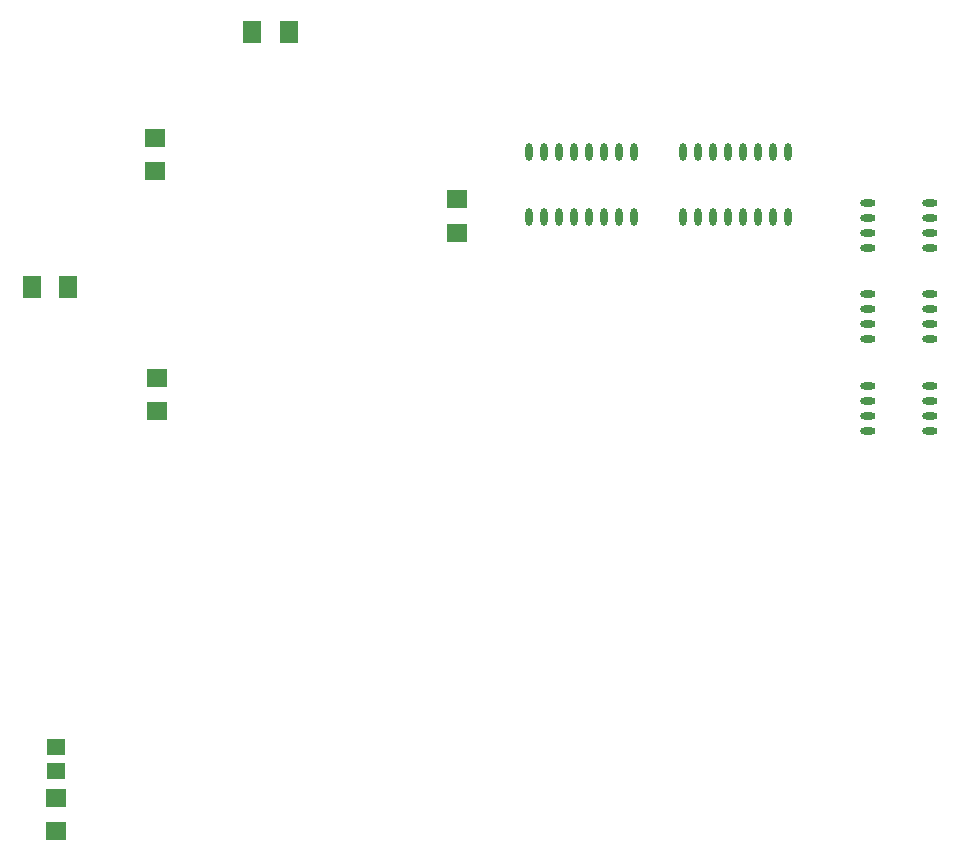
<source format=gbp>
G04 Layer_Color=128*
%FSLAX25Y25*%
%MOIN*%
G70*
G01*
G75*
%ADD11R,0.05905X0.05512*%
%ADD17R,0.05905X0.07480*%
%ADD39O,0.05118X0.02362*%
%ADD40O,0.02362X0.05905*%
%ADD41R,0.07087X0.06299*%
D11*
X20000Y20126D02*
D03*
Y28000D02*
D03*
D17*
X97571Y266500D02*
D03*
X85366D02*
D03*
X11898Y181500D02*
D03*
X24102D02*
D03*
D39*
X290567Y133500D02*
D03*
Y138500D02*
D03*
Y143500D02*
D03*
Y148500D02*
D03*
X311433Y133500D02*
D03*
Y138500D02*
D03*
Y143500D02*
D03*
Y148500D02*
D03*
X290567Y164000D02*
D03*
Y169000D02*
D03*
Y174000D02*
D03*
Y179000D02*
D03*
X311433Y164000D02*
D03*
Y169000D02*
D03*
Y174000D02*
D03*
Y179000D02*
D03*
X290567Y194500D02*
D03*
Y199500D02*
D03*
Y204500D02*
D03*
Y209500D02*
D03*
X311433Y194500D02*
D03*
Y199500D02*
D03*
Y204500D02*
D03*
Y209500D02*
D03*
D40*
X212500Y204673D02*
D03*
X207500D02*
D03*
X202500D02*
D03*
X197500D02*
D03*
X192500D02*
D03*
X187500D02*
D03*
X182500D02*
D03*
X177500D02*
D03*
X212500Y226327D02*
D03*
X207500D02*
D03*
X202500D02*
D03*
X197500D02*
D03*
X192500D02*
D03*
X187500D02*
D03*
X182500D02*
D03*
X177500D02*
D03*
X264000Y204673D02*
D03*
X259000D02*
D03*
X254000D02*
D03*
X249000D02*
D03*
X244000D02*
D03*
X239000D02*
D03*
X234000D02*
D03*
X229000D02*
D03*
X264000Y226327D02*
D03*
X259000D02*
D03*
X254000D02*
D03*
X249000D02*
D03*
X244000D02*
D03*
X239000D02*
D03*
X234000D02*
D03*
X229000D02*
D03*
D41*
X153500Y210512D02*
D03*
Y199488D02*
D03*
X53500Y151012D02*
D03*
Y139988D02*
D03*
X20000Y-12D02*
D03*
Y11012D02*
D03*
X53000Y231012D02*
D03*
Y219988D02*
D03*
M02*

</source>
